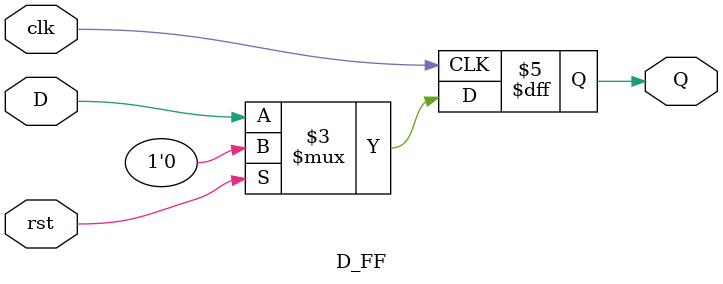
<source format=v>
`timescale 1ns / 1ps
module D_FF(Q,D,clk,rst
    );
  input D,clk,rst;
  output reg Q;
  always @(posedge clk) begin
  if(rst)
    Q <= 1'b0;
	 else
	 Q<=D;
  end

endmodule
</source>
